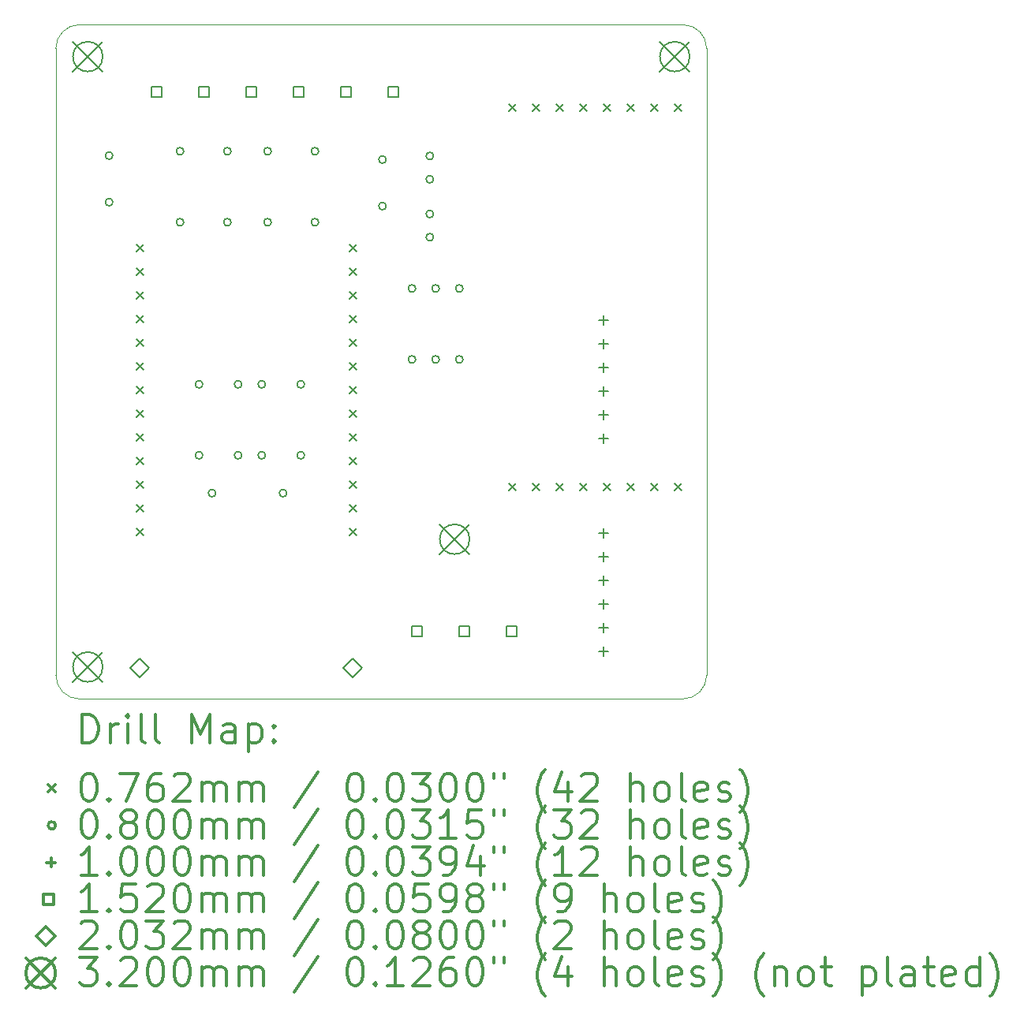
<source format=gbr>
%FSLAX45Y45*%
G04 Gerber Fmt 4.5, Leading zero omitted, Abs format (unit mm)*
G04 Created by KiCad (PCBNEW 5.1.10-88a1d61d58~90~ubuntu20.04.1) date 2021-07-14 18:43:21*
%MOMM*%
%LPD*%
G01*
G04 APERTURE LIST*
%TA.AperFunction,Profile*%
%ADD10C,0.050000*%
%TD*%
%ADD11C,0.200000*%
%ADD12C,0.300000*%
G04 APERTURE END LIST*
D10*
X13081000Y-5461000D02*
G75*
G02*
X13335000Y-5715000I0J-254000D01*
G01*
X13335000Y-12446000D02*
G75*
G02*
X13081000Y-12700000I-254000J0D01*
G01*
X6604000Y-12700000D02*
G75*
G02*
X6350000Y-12446000I0J254000D01*
G01*
X6350000Y-5715000D02*
G75*
G02*
X6604000Y-5461000I254000J0D01*
G01*
X13335000Y-5715000D02*
X13335000Y-12446000D01*
X6604000Y-12700000D02*
X13081000Y-12700000D01*
X6604000Y-5461000D02*
X13081000Y-5461000D01*
X6350000Y-12446000D02*
X6350000Y-5715000D01*
D11*
X7213600Y-7823200D02*
X7289800Y-7899400D01*
X7289800Y-7823200D02*
X7213600Y-7899400D01*
X7213600Y-8077200D02*
X7289800Y-8153400D01*
X7289800Y-8077200D02*
X7213600Y-8153400D01*
X7213600Y-8331200D02*
X7289800Y-8407400D01*
X7289800Y-8331200D02*
X7213600Y-8407400D01*
X7213600Y-8585200D02*
X7289800Y-8661400D01*
X7289800Y-8585200D02*
X7213600Y-8661400D01*
X7213600Y-8839200D02*
X7289800Y-8915400D01*
X7289800Y-8839200D02*
X7213600Y-8915400D01*
X7213600Y-9093200D02*
X7289800Y-9169400D01*
X7289800Y-9093200D02*
X7213600Y-9169400D01*
X7213600Y-9347200D02*
X7289800Y-9423400D01*
X7289800Y-9347200D02*
X7213600Y-9423400D01*
X7213600Y-9601200D02*
X7289800Y-9677400D01*
X7289800Y-9601200D02*
X7213600Y-9677400D01*
X7213600Y-9855200D02*
X7289800Y-9931400D01*
X7289800Y-9855200D02*
X7213600Y-9931400D01*
X7213600Y-10109200D02*
X7289800Y-10185400D01*
X7289800Y-10109200D02*
X7213600Y-10185400D01*
X7213600Y-10363200D02*
X7289800Y-10439400D01*
X7289800Y-10363200D02*
X7213600Y-10439400D01*
X7213600Y-10617200D02*
X7289800Y-10693400D01*
X7289800Y-10617200D02*
X7213600Y-10693400D01*
X7213600Y-10871200D02*
X7289800Y-10947400D01*
X7289800Y-10871200D02*
X7213600Y-10947400D01*
X9499600Y-7823200D02*
X9575800Y-7899400D01*
X9575800Y-7823200D02*
X9499600Y-7899400D01*
X9499600Y-8077200D02*
X9575800Y-8153400D01*
X9575800Y-8077200D02*
X9499600Y-8153400D01*
X9499600Y-8331200D02*
X9575800Y-8407400D01*
X9575800Y-8331200D02*
X9499600Y-8407400D01*
X9499600Y-8585200D02*
X9575800Y-8661400D01*
X9575800Y-8585200D02*
X9499600Y-8661400D01*
X9499600Y-8839200D02*
X9575800Y-8915400D01*
X9575800Y-8839200D02*
X9499600Y-8915400D01*
X9499600Y-9093200D02*
X9575800Y-9169400D01*
X9575800Y-9093200D02*
X9499600Y-9169400D01*
X9499600Y-9347200D02*
X9575800Y-9423400D01*
X9575800Y-9347200D02*
X9499600Y-9423400D01*
X9499600Y-9601200D02*
X9575800Y-9677400D01*
X9575800Y-9601200D02*
X9499600Y-9677400D01*
X9499600Y-9855200D02*
X9575800Y-9931400D01*
X9575800Y-9855200D02*
X9499600Y-9931400D01*
X9499600Y-10109200D02*
X9575800Y-10185400D01*
X9575800Y-10109200D02*
X9499600Y-10185400D01*
X9499600Y-10363200D02*
X9575800Y-10439400D01*
X9575800Y-10363200D02*
X9499600Y-10439400D01*
X9499600Y-10617200D02*
X9575800Y-10693400D01*
X9575800Y-10617200D02*
X9499600Y-10693400D01*
X9499600Y-10871200D02*
X9575800Y-10947400D01*
X9575800Y-10871200D02*
X9499600Y-10947400D01*
X11214100Y-6311900D02*
X11290300Y-6388100D01*
X11290300Y-6311900D02*
X11214100Y-6388100D01*
X11214100Y-10388600D02*
X11290300Y-10464800D01*
X11290300Y-10388600D02*
X11214100Y-10464800D01*
X11468100Y-6311900D02*
X11544300Y-6388100D01*
X11544300Y-6311900D02*
X11468100Y-6388100D01*
X11468100Y-10388600D02*
X11544300Y-10464800D01*
X11544300Y-10388600D02*
X11468100Y-10464800D01*
X11722100Y-6311900D02*
X11798300Y-6388100D01*
X11798300Y-6311900D02*
X11722100Y-6388100D01*
X11722100Y-10388600D02*
X11798300Y-10464800D01*
X11798300Y-10388600D02*
X11722100Y-10464800D01*
X11976100Y-6311900D02*
X12052300Y-6388100D01*
X12052300Y-6311900D02*
X11976100Y-6388100D01*
X11976100Y-10388600D02*
X12052300Y-10464800D01*
X12052300Y-10388600D02*
X11976100Y-10464800D01*
X12230100Y-6311900D02*
X12306300Y-6388100D01*
X12306300Y-6311900D02*
X12230100Y-6388100D01*
X12230100Y-10388600D02*
X12306300Y-10464800D01*
X12306300Y-10388600D02*
X12230100Y-10464800D01*
X12484100Y-6311900D02*
X12560300Y-6388100D01*
X12560300Y-6311900D02*
X12484100Y-6388100D01*
X12484100Y-10388600D02*
X12560300Y-10464800D01*
X12560300Y-10388600D02*
X12484100Y-10464800D01*
X12738100Y-6311900D02*
X12814300Y-6388100D01*
X12814300Y-6311900D02*
X12738100Y-6388100D01*
X12738100Y-10388600D02*
X12814300Y-10464800D01*
X12814300Y-10388600D02*
X12738100Y-10464800D01*
X12992100Y-6311900D02*
X13068300Y-6388100D01*
X13068300Y-6311900D02*
X12992100Y-6388100D01*
X12992100Y-10388600D02*
X13068300Y-10464800D01*
X13068300Y-10388600D02*
X12992100Y-10464800D01*
X6961500Y-6866000D02*
G75*
G03*
X6961500Y-6866000I-40000J0D01*
G01*
X6961500Y-7366000D02*
G75*
G03*
X6961500Y-7366000I-40000J0D01*
G01*
X7723500Y-6819900D02*
G75*
G03*
X7723500Y-6819900I-40000J0D01*
G01*
X7723500Y-7581900D02*
G75*
G03*
X7723500Y-7581900I-40000J0D01*
G01*
X7926700Y-9321800D02*
G75*
G03*
X7926700Y-9321800I-40000J0D01*
G01*
X7926700Y-10083800D02*
G75*
G03*
X7926700Y-10083800I-40000J0D01*
G01*
X8066400Y-10490200D02*
G75*
G03*
X8066400Y-10490200I-40000J0D01*
G01*
X8231500Y-6819900D02*
G75*
G03*
X8231500Y-6819900I-40000J0D01*
G01*
X8231500Y-7581900D02*
G75*
G03*
X8231500Y-7581900I-40000J0D01*
G01*
X8345800Y-9321800D02*
G75*
G03*
X8345800Y-9321800I-40000J0D01*
G01*
X8345800Y-10083800D02*
G75*
G03*
X8345800Y-10083800I-40000J0D01*
G01*
X8599800Y-9321800D02*
G75*
G03*
X8599800Y-9321800I-40000J0D01*
G01*
X8599800Y-10083800D02*
G75*
G03*
X8599800Y-10083800I-40000J0D01*
G01*
X8663300Y-6819900D02*
G75*
G03*
X8663300Y-6819900I-40000J0D01*
G01*
X8663300Y-7581900D02*
G75*
G03*
X8663300Y-7581900I-40000J0D01*
G01*
X8828400Y-10490200D02*
G75*
G03*
X8828400Y-10490200I-40000J0D01*
G01*
X9018900Y-9321800D02*
G75*
G03*
X9018900Y-9321800I-40000J0D01*
G01*
X9018900Y-10083800D02*
G75*
G03*
X9018900Y-10083800I-40000J0D01*
G01*
X9171300Y-6819900D02*
G75*
G03*
X9171300Y-6819900I-40000J0D01*
G01*
X9171300Y-7581900D02*
G75*
G03*
X9171300Y-7581900I-40000J0D01*
G01*
X9895200Y-6908800D02*
G75*
G03*
X9895200Y-6908800I-40000J0D01*
G01*
X9895200Y-7408800D02*
G75*
G03*
X9895200Y-7408800I-40000J0D01*
G01*
X10212700Y-8293100D02*
G75*
G03*
X10212700Y-8293100I-40000J0D01*
G01*
X10212700Y-9055100D02*
G75*
G03*
X10212700Y-9055100I-40000J0D01*
G01*
X10403200Y-6870700D02*
G75*
G03*
X10403200Y-6870700I-40000J0D01*
G01*
X10403200Y-7120700D02*
G75*
G03*
X10403200Y-7120700I-40000J0D01*
G01*
X10403200Y-7493000D02*
G75*
G03*
X10403200Y-7493000I-40000J0D01*
G01*
X10403200Y-7743000D02*
G75*
G03*
X10403200Y-7743000I-40000J0D01*
G01*
X10466700Y-8293100D02*
G75*
G03*
X10466700Y-8293100I-40000J0D01*
G01*
X10466700Y-9055100D02*
G75*
G03*
X10466700Y-9055100I-40000J0D01*
G01*
X10720700Y-8293100D02*
G75*
G03*
X10720700Y-8293100I-40000J0D01*
G01*
X10720700Y-9055100D02*
G75*
G03*
X10720700Y-9055100I-40000J0D01*
G01*
X12230100Y-8586000D02*
X12230100Y-8686000D01*
X12180100Y-8636000D02*
X12280100Y-8636000D01*
X12230100Y-8840000D02*
X12230100Y-8940000D01*
X12180100Y-8890000D02*
X12280100Y-8890000D01*
X12230100Y-9094000D02*
X12230100Y-9194000D01*
X12180100Y-9144000D02*
X12280100Y-9144000D01*
X12230100Y-9348000D02*
X12230100Y-9448000D01*
X12180100Y-9398000D02*
X12280100Y-9398000D01*
X12230100Y-9602000D02*
X12230100Y-9702000D01*
X12180100Y-9652000D02*
X12280100Y-9652000D01*
X12230100Y-9856000D02*
X12230100Y-9956000D01*
X12180100Y-9906000D02*
X12280100Y-9906000D01*
X12230100Y-10872000D02*
X12230100Y-10972000D01*
X12180100Y-10922000D02*
X12280100Y-10922000D01*
X12230100Y-11126000D02*
X12230100Y-11226000D01*
X12180100Y-11176000D02*
X12280100Y-11176000D01*
X12230100Y-11380000D02*
X12230100Y-11480000D01*
X12180100Y-11430000D02*
X12280100Y-11430000D01*
X12230100Y-11634000D02*
X12230100Y-11734000D01*
X12180100Y-11684000D02*
X12280100Y-11684000D01*
X12230100Y-11888000D02*
X12230100Y-11988000D01*
X12180100Y-11938000D02*
X12280100Y-11938000D01*
X12230100Y-12142000D02*
X12230100Y-12242000D01*
X12180100Y-12192000D02*
X12280100Y-12192000D01*
X7483241Y-6238641D02*
X7483241Y-6131159D01*
X7375759Y-6131159D01*
X7375759Y-6238641D01*
X7483241Y-6238641D01*
X7991241Y-6238641D02*
X7991241Y-6131159D01*
X7883759Y-6131159D01*
X7883759Y-6238641D01*
X7991241Y-6238641D01*
X8499241Y-6238641D02*
X8499241Y-6131159D01*
X8391759Y-6131159D01*
X8391759Y-6238641D01*
X8499241Y-6238641D01*
X9007241Y-6238641D02*
X9007241Y-6131159D01*
X8899759Y-6131159D01*
X8899759Y-6238641D01*
X9007241Y-6238641D01*
X9515241Y-6238641D02*
X9515241Y-6131159D01*
X9407759Y-6131159D01*
X9407759Y-6238641D01*
X9515241Y-6238641D01*
X10023241Y-6238641D02*
X10023241Y-6131159D01*
X9915759Y-6131159D01*
X9915759Y-6238641D01*
X10023241Y-6238641D01*
X10277241Y-12029841D02*
X10277241Y-11922359D01*
X10169759Y-11922359D01*
X10169759Y-12029841D01*
X10277241Y-12029841D01*
X10785241Y-12029841D02*
X10785241Y-11922359D01*
X10677759Y-11922359D01*
X10677759Y-12029841D01*
X10785241Y-12029841D01*
X11293241Y-12029841D02*
X11293241Y-11922359D01*
X11185759Y-11922359D01*
X11185759Y-12029841D01*
X11293241Y-12029841D01*
X7251700Y-12471400D02*
X7353300Y-12369800D01*
X7251700Y-12268200D01*
X7150100Y-12369800D01*
X7251700Y-12471400D01*
X9537700Y-12471400D02*
X9639300Y-12369800D01*
X9537700Y-12268200D01*
X9436100Y-12369800D01*
X9537700Y-12471400D01*
X6532900Y-5643900D02*
X6852900Y-5963900D01*
X6852900Y-5643900D02*
X6532900Y-5963900D01*
X6852900Y-5803900D02*
G75*
G03*
X6852900Y-5803900I-160000J0D01*
G01*
X6532900Y-12197100D02*
X6852900Y-12517100D01*
X6852900Y-12197100D02*
X6532900Y-12517100D01*
X6852900Y-12357100D02*
G75*
G03*
X6852900Y-12357100I-160000J0D01*
G01*
X10469900Y-10825500D02*
X10789900Y-11145500D01*
X10789900Y-10825500D02*
X10469900Y-11145500D01*
X10789900Y-10985500D02*
G75*
G03*
X10789900Y-10985500I-160000J0D01*
G01*
X12832100Y-5643900D02*
X13152100Y-5963900D01*
X13152100Y-5643900D02*
X12832100Y-5963900D01*
X13152100Y-5803900D02*
G75*
G03*
X13152100Y-5803900I-160000J0D01*
G01*
D12*
X6633928Y-13168214D02*
X6633928Y-12868214D01*
X6705357Y-12868214D01*
X6748214Y-12882500D01*
X6776786Y-12911071D01*
X6791071Y-12939643D01*
X6805357Y-12996786D01*
X6805357Y-13039643D01*
X6791071Y-13096786D01*
X6776786Y-13125357D01*
X6748214Y-13153929D01*
X6705357Y-13168214D01*
X6633928Y-13168214D01*
X6933928Y-13168214D02*
X6933928Y-12968214D01*
X6933928Y-13025357D02*
X6948214Y-12996786D01*
X6962500Y-12982500D01*
X6991071Y-12968214D01*
X7019643Y-12968214D01*
X7119643Y-13168214D02*
X7119643Y-12968214D01*
X7119643Y-12868214D02*
X7105357Y-12882500D01*
X7119643Y-12896786D01*
X7133928Y-12882500D01*
X7119643Y-12868214D01*
X7119643Y-12896786D01*
X7305357Y-13168214D02*
X7276786Y-13153929D01*
X7262500Y-13125357D01*
X7262500Y-12868214D01*
X7462500Y-13168214D02*
X7433928Y-13153929D01*
X7419643Y-13125357D01*
X7419643Y-12868214D01*
X7805357Y-13168214D02*
X7805357Y-12868214D01*
X7905357Y-13082500D01*
X8005357Y-12868214D01*
X8005357Y-13168214D01*
X8276786Y-13168214D02*
X8276786Y-13011071D01*
X8262500Y-12982500D01*
X8233928Y-12968214D01*
X8176786Y-12968214D01*
X8148214Y-12982500D01*
X8276786Y-13153929D02*
X8248214Y-13168214D01*
X8176786Y-13168214D01*
X8148214Y-13153929D01*
X8133928Y-13125357D01*
X8133928Y-13096786D01*
X8148214Y-13068214D01*
X8176786Y-13053929D01*
X8248214Y-13053929D01*
X8276786Y-13039643D01*
X8419643Y-12968214D02*
X8419643Y-13268214D01*
X8419643Y-12982500D02*
X8448214Y-12968214D01*
X8505357Y-12968214D01*
X8533928Y-12982500D01*
X8548214Y-12996786D01*
X8562500Y-13025357D01*
X8562500Y-13111071D01*
X8548214Y-13139643D01*
X8533928Y-13153929D01*
X8505357Y-13168214D01*
X8448214Y-13168214D01*
X8419643Y-13153929D01*
X8691071Y-13139643D02*
X8705357Y-13153929D01*
X8691071Y-13168214D01*
X8676786Y-13153929D01*
X8691071Y-13139643D01*
X8691071Y-13168214D01*
X8691071Y-12982500D02*
X8705357Y-12996786D01*
X8691071Y-13011071D01*
X8676786Y-12996786D01*
X8691071Y-12982500D01*
X8691071Y-13011071D01*
X6271300Y-13624400D02*
X6347500Y-13700600D01*
X6347500Y-13624400D02*
X6271300Y-13700600D01*
X6691071Y-13498214D02*
X6719643Y-13498214D01*
X6748214Y-13512500D01*
X6762500Y-13526786D01*
X6776786Y-13555357D01*
X6791071Y-13612500D01*
X6791071Y-13683929D01*
X6776786Y-13741071D01*
X6762500Y-13769643D01*
X6748214Y-13783929D01*
X6719643Y-13798214D01*
X6691071Y-13798214D01*
X6662500Y-13783929D01*
X6648214Y-13769643D01*
X6633928Y-13741071D01*
X6619643Y-13683929D01*
X6619643Y-13612500D01*
X6633928Y-13555357D01*
X6648214Y-13526786D01*
X6662500Y-13512500D01*
X6691071Y-13498214D01*
X6919643Y-13769643D02*
X6933928Y-13783929D01*
X6919643Y-13798214D01*
X6905357Y-13783929D01*
X6919643Y-13769643D01*
X6919643Y-13798214D01*
X7033928Y-13498214D02*
X7233928Y-13498214D01*
X7105357Y-13798214D01*
X7476786Y-13498214D02*
X7419643Y-13498214D01*
X7391071Y-13512500D01*
X7376786Y-13526786D01*
X7348214Y-13569643D01*
X7333928Y-13626786D01*
X7333928Y-13741071D01*
X7348214Y-13769643D01*
X7362500Y-13783929D01*
X7391071Y-13798214D01*
X7448214Y-13798214D01*
X7476786Y-13783929D01*
X7491071Y-13769643D01*
X7505357Y-13741071D01*
X7505357Y-13669643D01*
X7491071Y-13641071D01*
X7476786Y-13626786D01*
X7448214Y-13612500D01*
X7391071Y-13612500D01*
X7362500Y-13626786D01*
X7348214Y-13641071D01*
X7333928Y-13669643D01*
X7619643Y-13526786D02*
X7633928Y-13512500D01*
X7662500Y-13498214D01*
X7733928Y-13498214D01*
X7762500Y-13512500D01*
X7776786Y-13526786D01*
X7791071Y-13555357D01*
X7791071Y-13583929D01*
X7776786Y-13626786D01*
X7605357Y-13798214D01*
X7791071Y-13798214D01*
X7919643Y-13798214D02*
X7919643Y-13598214D01*
X7919643Y-13626786D02*
X7933928Y-13612500D01*
X7962500Y-13598214D01*
X8005357Y-13598214D01*
X8033928Y-13612500D01*
X8048214Y-13641071D01*
X8048214Y-13798214D01*
X8048214Y-13641071D02*
X8062500Y-13612500D01*
X8091071Y-13598214D01*
X8133928Y-13598214D01*
X8162500Y-13612500D01*
X8176786Y-13641071D01*
X8176786Y-13798214D01*
X8319643Y-13798214D02*
X8319643Y-13598214D01*
X8319643Y-13626786D02*
X8333928Y-13612500D01*
X8362500Y-13598214D01*
X8405357Y-13598214D01*
X8433928Y-13612500D01*
X8448214Y-13641071D01*
X8448214Y-13798214D01*
X8448214Y-13641071D02*
X8462500Y-13612500D01*
X8491071Y-13598214D01*
X8533928Y-13598214D01*
X8562500Y-13612500D01*
X8576786Y-13641071D01*
X8576786Y-13798214D01*
X9162500Y-13483929D02*
X8905357Y-13869643D01*
X9548214Y-13498214D02*
X9576786Y-13498214D01*
X9605357Y-13512500D01*
X9619643Y-13526786D01*
X9633928Y-13555357D01*
X9648214Y-13612500D01*
X9648214Y-13683929D01*
X9633928Y-13741071D01*
X9619643Y-13769643D01*
X9605357Y-13783929D01*
X9576786Y-13798214D01*
X9548214Y-13798214D01*
X9519643Y-13783929D01*
X9505357Y-13769643D01*
X9491071Y-13741071D01*
X9476786Y-13683929D01*
X9476786Y-13612500D01*
X9491071Y-13555357D01*
X9505357Y-13526786D01*
X9519643Y-13512500D01*
X9548214Y-13498214D01*
X9776786Y-13769643D02*
X9791071Y-13783929D01*
X9776786Y-13798214D01*
X9762500Y-13783929D01*
X9776786Y-13769643D01*
X9776786Y-13798214D01*
X9976786Y-13498214D02*
X10005357Y-13498214D01*
X10033928Y-13512500D01*
X10048214Y-13526786D01*
X10062500Y-13555357D01*
X10076786Y-13612500D01*
X10076786Y-13683929D01*
X10062500Y-13741071D01*
X10048214Y-13769643D01*
X10033928Y-13783929D01*
X10005357Y-13798214D01*
X9976786Y-13798214D01*
X9948214Y-13783929D01*
X9933928Y-13769643D01*
X9919643Y-13741071D01*
X9905357Y-13683929D01*
X9905357Y-13612500D01*
X9919643Y-13555357D01*
X9933928Y-13526786D01*
X9948214Y-13512500D01*
X9976786Y-13498214D01*
X10176786Y-13498214D02*
X10362500Y-13498214D01*
X10262500Y-13612500D01*
X10305357Y-13612500D01*
X10333928Y-13626786D01*
X10348214Y-13641071D01*
X10362500Y-13669643D01*
X10362500Y-13741071D01*
X10348214Y-13769643D01*
X10333928Y-13783929D01*
X10305357Y-13798214D01*
X10219643Y-13798214D01*
X10191071Y-13783929D01*
X10176786Y-13769643D01*
X10548214Y-13498214D02*
X10576786Y-13498214D01*
X10605357Y-13512500D01*
X10619643Y-13526786D01*
X10633928Y-13555357D01*
X10648214Y-13612500D01*
X10648214Y-13683929D01*
X10633928Y-13741071D01*
X10619643Y-13769643D01*
X10605357Y-13783929D01*
X10576786Y-13798214D01*
X10548214Y-13798214D01*
X10519643Y-13783929D01*
X10505357Y-13769643D01*
X10491071Y-13741071D01*
X10476786Y-13683929D01*
X10476786Y-13612500D01*
X10491071Y-13555357D01*
X10505357Y-13526786D01*
X10519643Y-13512500D01*
X10548214Y-13498214D01*
X10833928Y-13498214D02*
X10862500Y-13498214D01*
X10891071Y-13512500D01*
X10905357Y-13526786D01*
X10919643Y-13555357D01*
X10933928Y-13612500D01*
X10933928Y-13683929D01*
X10919643Y-13741071D01*
X10905357Y-13769643D01*
X10891071Y-13783929D01*
X10862500Y-13798214D01*
X10833928Y-13798214D01*
X10805357Y-13783929D01*
X10791071Y-13769643D01*
X10776786Y-13741071D01*
X10762500Y-13683929D01*
X10762500Y-13612500D01*
X10776786Y-13555357D01*
X10791071Y-13526786D01*
X10805357Y-13512500D01*
X10833928Y-13498214D01*
X11048214Y-13498214D02*
X11048214Y-13555357D01*
X11162500Y-13498214D02*
X11162500Y-13555357D01*
X11605357Y-13912500D02*
X11591071Y-13898214D01*
X11562500Y-13855357D01*
X11548214Y-13826786D01*
X11533928Y-13783929D01*
X11519643Y-13712500D01*
X11519643Y-13655357D01*
X11533928Y-13583929D01*
X11548214Y-13541071D01*
X11562500Y-13512500D01*
X11591071Y-13469643D01*
X11605357Y-13455357D01*
X11848214Y-13598214D02*
X11848214Y-13798214D01*
X11776786Y-13483929D02*
X11705357Y-13698214D01*
X11891071Y-13698214D01*
X11991071Y-13526786D02*
X12005357Y-13512500D01*
X12033928Y-13498214D01*
X12105357Y-13498214D01*
X12133928Y-13512500D01*
X12148214Y-13526786D01*
X12162500Y-13555357D01*
X12162500Y-13583929D01*
X12148214Y-13626786D01*
X11976786Y-13798214D01*
X12162500Y-13798214D01*
X12519643Y-13798214D02*
X12519643Y-13498214D01*
X12648214Y-13798214D02*
X12648214Y-13641071D01*
X12633928Y-13612500D01*
X12605357Y-13598214D01*
X12562500Y-13598214D01*
X12533928Y-13612500D01*
X12519643Y-13626786D01*
X12833928Y-13798214D02*
X12805357Y-13783929D01*
X12791071Y-13769643D01*
X12776786Y-13741071D01*
X12776786Y-13655357D01*
X12791071Y-13626786D01*
X12805357Y-13612500D01*
X12833928Y-13598214D01*
X12876786Y-13598214D01*
X12905357Y-13612500D01*
X12919643Y-13626786D01*
X12933928Y-13655357D01*
X12933928Y-13741071D01*
X12919643Y-13769643D01*
X12905357Y-13783929D01*
X12876786Y-13798214D01*
X12833928Y-13798214D01*
X13105357Y-13798214D02*
X13076786Y-13783929D01*
X13062500Y-13755357D01*
X13062500Y-13498214D01*
X13333928Y-13783929D02*
X13305357Y-13798214D01*
X13248214Y-13798214D01*
X13219643Y-13783929D01*
X13205357Y-13755357D01*
X13205357Y-13641071D01*
X13219643Y-13612500D01*
X13248214Y-13598214D01*
X13305357Y-13598214D01*
X13333928Y-13612500D01*
X13348214Y-13641071D01*
X13348214Y-13669643D01*
X13205357Y-13698214D01*
X13462500Y-13783929D02*
X13491071Y-13798214D01*
X13548214Y-13798214D01*
X13576786Y-13783929D01*
X13591071Y-13755357D01*
X13591071Y-13741071D01*
X13576786Y-13712500D01*
X13548214Y-13698214D01*
X13505357Y-13698214D01*
X13476786Y-13683929D01*
X13462500Y-13655357D01*
X13462500Y-13641071D01*
X13476786Y-13612500D01*
X13505357Y-13598214D01*
X13548214Y-13598214D01*
X13576786Y-13612500D01*
X13691071Y-13912500D02*
X13705357Y-13898214D01*
X13733928Y-13855357D01*
X13748214Y-13826786D01*
X13762500Y-13783929D01*
X13776786Y-13712500D01*
X13776786Y-13655357D01*
X13762500Y-13583929D01*
X13748214Y-13541071D01*
X13733928Y-13512500D01*
X13705357Y-13469643D01*
X13691071Y-13455357D01*
X6347500Y-14058500D02*
G75*
G03*
X6347500Y-14058500I-40000J0D01*
G01*
X6691071Y-13894214D02*
X6719643Y-13894214D01*
X6748214Y-13908500D01*
X6762500Y-13922786D01*
X6776786Y-13951357D01*
X6791071Y-14008500D01*
X6791071Y-14079929D01*
X6776786Y-14137071D01*
X6762500Y-14165643D01*
X6748214Y-14179929D01*
X6719643Y-14194214D01*
X6691071Y-14194214D01*
X6662500Y-14179929D01*
X6648214Y-14165643D01*
X6633928Y-14137071D01*
X6619643Y-14079929D01*
X6619643Y-14008500D01*
X6633928Y-13951357D01*
X6648214Y-13922786D01*
X6662500Y-13908500D01*
X6691071Y-13894214D01*
X6919643Y-14165643D02*
X6933928Y-14179929D01*
X6919643Y-14194214D01*
X6905357Y-14179929D01*
X6919643Y-14165643D01*
X6919643Y-14194214D01*
X7105357Y-14022786D02*
X7076786Y-14008500D01*
X7062500Y-13994214D01*
X7048214Y-13965643D01*
X7048214Y-13951357D01*
X7062500Y-13922786D01*
X7076786Y-13908500D01*
X7105357Y-13894214D01*
X7162500Y-13894214D01*
X7191071Y-13908500D01*
X7205357Y-13922786D01*
X7219643Y-13951357D01*
X7219643Y-13965643D01*
X7205357Y-13994214D01*
X7191071Y-14008500D01*
X7162500Y-14022786D01*
X7105357Y-14022786D01*
X7076786Y-14037071D01*
X7062500Y-14051357D01*
X7048214Y-14079929D01*
X7048214Y-14137071D01*
X7062500Y-14165643D01*
X7076786Y-14179929D01*
X7105357Y-14194214D01*
X7162500Y-14194214D01*
X7191071Y-14179929D01*
X7205357Y-14165643D01*
X7219643Y-14137071D01*
X7219643Y-14079929D01*
X7205357Y-14051357D01*
X7191071Y-14037071D01*
X7162500Y-14022786D01*
X7405357Y-13894214D02*
X7433928Y-13894214D01*
X7462500Y-13908500D01*
X7476786Y-13922786D01*
X7491071Y-13951357D01*
X7505357Y-14008500D01*
X7505357Y-14079929D01*
X7491071Y-14137071D01*
X7476786Y-14165643D01*
X7462500Y-14179929D01*
X7433928Y-14194214D01*
X7405357Y-14194214D01*
X7376786Y-14179929D01*
X7362500Y-14165643D01*
X7348214Y-14137071D01*
X7333928Y-14079929D01*
X7333928Y-14008500D01*
X7348214Y-13951357D01*
X7362500Y-13922786D01*
X7376786Y-13908500D01*
X7405357Y-13894214D01*
X7691071Y-13894214D02*
X7719643Y-13894214D01*
X7748214Y-13908500D01*
X7762500Y-13922786D01*
X7776786Y-13951357D01*
X7791071Y-14008500D01*
X7791071Y-14079929D01*
X7776786Y-14137071D01*
X7762500Y-14165643D01*
X7748214Y-14179929D01*
X7719643Y-14194214D01*
X7691071Y-14194214D01*
X7662500Y-14179929D01*
X7648214Y-14165643D01*
X7633928Y-14137071D01*
X7619643Y-14079929D01*
X7619643Y-14008500D01*
X7633928Y-13951357D01*
X7648214Y-13922786D01*
X7662500Y-13908500D01*
X7691071Y-13894214D01*
X7919643Y-14194214D02*
X7919643Y-13994214D01*
X7919643Y-14022786D02*
X7933928Y-14008500D01*
X7962500Y-13994214D01*
X8005357Y-13994214D01*
X8033928Y-14008500D01*
X8048214Y-14037071D01*
X8048214Y-14194214D01*
X8048214Y-14037071D02*
X8062500Y-14008500D01*
X8091071Y-13994214D01*
X8133928Y-13994214D01*
X8162500Y-14008500D01*
X8176786Y-14037071D01*
X8176786Y-14194214D01*
X8319643Y-14194214D02*
X8319643Y-13994214D01*
X8319643Y-14022786D02*
X8333928Y-14008500D01*
X8362500Y-13994214D01*
X8405357Y-13994214D01*
X8433928Y-14008500D01*
X8448214Y-14037071D01*
X8448214Y-14194214D01*
X8448214Y-14037071D02*
X8462500Y-14008500D01*
X8491071Y-13994214D01*
X8533928Y-13994214D01*
X8562500Y-14008500D01*
X8576786Y-14037071D01*
X8576786Y-14194214D01*
X9162500Y-13879929D02*
X8905357Y-14265643D01*
X9548214Y-13894214D02*
X9576786Y-13894214D01*
X9605357Y-13908500D01*
X9619643Y-13922786D01*
X9633928Y-13951357D01*
X9648214Y-14008500D01*
X9648214Y-14079929D01*
X9633928Y-14137071D01*
X9619643Y-14165643D01*
X9605357Y-14179929D01*
X9576786Y-14194214D01*
X9548214Y-14194214D01*
X9519643Y-14179929D01*
X9505357Y-14165643D01*
X9491071Y-14137071D01*
X9476786Y-14079929D01*
X9476786Y-14008500D01*
X9491071Y-13951357D01*
X9505357Y-13922786D01*
X9519643Y-13908500D01*
X9548214Y-13894214D01*
X9776786Y-14165643D02*
X9791071Y-14179929D01*
X9776786Y-14194214D01*
X9762500Y-14179929D01*
X9776786Y-14165643D01*
X9776786Y-14194214D01*
X9976786Y-13894214D02*
X10005357Y-13894214D01*
X10033928Y-13908500D01*
X10048214Y-13922786D01*
X10062500Y-13951357D01*
X10076786Y-14008500D01*
X10076786Y-14079929D01*
X10062500Y-14137071D01*
X10048214Y-14165643D01*
X10033928Y-14179929D01*
X10005357Y-14194214D01*
X9976786Y-14194214D01*
X9948214Y-14179929D01*
X9933928Y-14165643D01*
X9919643Y-14137071D01*
X9905357Y-14079929D01*
X9905357Y-14008500D01*
X9919643Y-13951357D01*
X9933928Y-13922786D01*
X9948214Y-13908500D01*
X9976786Y-13894214D01*
X10176786Y-13894214D02*
X10362500Y-13894214D01*
X10262500Y-14008500D01*
X10305357Y-14008500D01*
X10333928Y-14022786D01*
X10348214Y-14037071D01*
X10362500Y-14065643D01*
X10362500Y-14137071D01*
X10348214Y-14165643D01*
X10333928Y-14179929D01*
X10305357Y-14194214D01*
X10219643Y-14194214D01*
X10191071Y-14179929D01*
X10176786Y-14165643D01*
X10648214Y-14194214D02*
X10476786Y-14194214D01*
X10562500Y-14194214D02*
X10562500Y-13894214D01*
X10533928Y-13937071D01*
X10505357Y-13965643D01*
X10476786Y-13979929D01*
X10919643Y-13894214D02*
X10776786Y-13894214D01*
X10762500Y-14037071D01*
X10776786Y-14022786D01*
X10805357Y-14008500D01*
X10876786Y-14008500D01*
X10905357Y-14022786D01*
X10919643Y-14037071D01*
X10933928Y-14065643D01*
X10933928Y-14137071D01*
X10919643Y-14165643D01*
X10905357Y-14179929D01*
X10876786Y-14194214D01*
X10805357Y-14194214D01*
X10776786Y-14179929D01*
X10762500Y-14165643D01*
X11048214Y-13894214D02*
X11048214Y-13951357D01*
X11162500Y-13894214D02*
X11162500Y-13951357D01*
X11605357Y-14308500D02*
X11591071Y-14294214D01*
X11562500Y-14251357D01*
X11548214Y-14222786D01*
X11533928Y-14179929D01*
X11519643Y-14108500D01*
X11519643Y-14051357D01*
X11533928Y-13979929D01*
X11548214Y-13937071D01*
X11562500Y-13908500D01*
X11591071Y-13865643D01*
X11605357Y-13851357D01*
X11691071Y-13894214D02*
X11876786Y-13894214D01*
X11776786Y-14008500D01*
X11819643Y-14008500D01*
X11848214Y-14022786D01*
X11862500Y-14037071D01*
X11876786Y-14065643D01*
X11876786Y-14137071D01*
X11862500Y-14165643D01*
X11848214Y-14179929D01*
X11819643Y-14194214D01*
X11733928Y-14194214D01*
X11705357Y-14179929D01*
X11691071Y-14165643D01*
X11991071Y-13922786D02*
X12005357Y-13908500D01*
X12033928Y-13894214D01*
X12105357Y-13894214D01*
X12133928Y-13908500D01*
X12148214Y-13922786D01*
X12162500Y-13951357D01*
X12162500Y-13979929D01*
X12148214Y-14022786D01*
X11976786Y-14194214D01*
X12162500Y-14194214D01*
X12519643Y-14194214D02*
X12519643Y-13894214D01*
X12648214Y-14194214D02*
X12648214Y-14037071D01*
X12633928Y-14008500D01*
X12605357Y-13994214D01*
X12562500Y-13994214D01*
X12533928Y-14008500D01*
X12519643Y-14022786D01*
X12833928Y-14194214D02*
X12805357Y-14179929D01*
X12791071Y-14165643D01*
X12776786Y-14137071D01*
X12776786Y-14051357D01*
X12791071Y-14022786D01*
X12805357Y-14008500D01*
X12833928Y-13994214D01*
X12876786Y-13994214D01*
X12905357Y-14008500D01*
X12919643Y-14022786D01*
X12933928Y-14051357D01*
X12933928Y-14137071D01*
X12919643Y-14165643D01*
X12905357Y-14179929D01*
X12876786Y-14194214D01*
X12833928Y-14194214D01*
X13105357Y-14194214D02*
X13076786Y-14179929D01*
X13062500Y-14151357D01*
X13062500Y-13894214D01*
X13333928Y-14179929D02*
X13305357Y-14194214D01*
X13248214Y-14194214D01*
X13219643Y-14179929D01*
X13205357Y-14151357D01*
X13205357Y-14037071D01*
X13219643Y-14008500D01*
X13248214Y-13994214D01*
X13305357Y-13994214D01*
X13333928Y-14008500D01*
X13348214Y-14037071D01*
X13348214Y-14065643D01*
X13205357Y-14094214D01*
X13462500Y-14179929D02*
X13491071Y-14194214D01*
X13548214Y-14194214D01*
X13576786Y-14179929D01*
X13591071Y-14151357D01*
X13591071Y-14137071D01*
X13576786Y-14108500D01*
X13548214Y-14094214D01*
X13505357Y-14094214D01*
X13476786Y-14079929D01*
X13462500Y-14051357D01*
X13462500Y-14037071D01*
X13476786Y-14008500D01*
X13505357Y-13994214D01*
X13548214Y-13994214D01*
X13576786Y-14008500D01*
X13691071Y-14308500D02*
X13705357Y-14294214D01*
X13733928Y-14251357D01*
X13748214Y-14222786D01*
X13762500Y-14179929D01*
X13776786Y-14108500D01*
X13776786Y-14051357D01*
X13762500Y-13979929D01*
X13748214Y-13937071D01*
X13733928Y-13908500D01*
X13705357Y-13865643D01*
X13691071Y-13851357D01*
X6297500Y-14404500D02*
X6297500Y-14504500D01*
X6247500Y-14454500D02*
X6347500Y-14454500D01*
X6791071Y-14590214D02*
X6619643Y-14590214D01*
X6705357Y-14590214D02*
X6705357Y-14290214D01*
X6676786Y-14333071D01*
X6648214Y-14361643D01*
X6619643Y-14375929D01*
X6919643Y-14561643D02*
X6933928Y-14575929D01*
X6919643Y-14590214D01*
X6905357Y-14575929D01*
X6919643Y-14561643D01*
X6919643Y-14590214D01*
X7119643Y-14290214D02*
X7148214Y-14290214D01*
X7176786Y-14304500D01*
X7191071Y-14318786D01*
X7205357Y-14347357D01*
X7219643Y-14404500D01*
X7219643Y-14475929D01*
X7205357Y-14533071D01*
X7191071Y-14561643D01*
X7176786Y-14575929D01*
X7148214Y-14590214D01*
X7119643Y-14590214D01*
X7091071Y-14575929D01*
X7076786Y-14561643D01*
X7062500Y-14533071D01*
X7048214Y-14475929D01*
X7048214Y-14404500D01*
X7062500Y-14347357D01*
X7076786Y-14318786D01*
X7091071Y-14304500D01*
X7119643Y-14290214D01*
X7405357Y-14290214D02*
X7433928Y-14290214D01*
X7462500Y-14304500D01*
X7476786Y-14318786D01*
X7491071Y-14347357D01*
X7505357Y-14404500D01*
X7505357Y-14475929D01*
X7491071Y-14533071D01*
X7476786Y-14561643D01*
X7462500Y-14575929D01*
X7433928Y-14590214D01*
X7405357Y-14590214D01*
X7376786Y-14575929D01*
X7362500Y-14561643D01*
X7348214Y-14533071D01*
X7333928Y-14475929D01*
X7333928Y-14404500D01*
X7348214Y-14347357D01*
X7362500Y-14318786D01*
X7376786Y-14304500D01*
X7405357Y-14290214D01*
X7691071Y-14290214D02*
X7719643Y-14290214D01*
X7748214Y-14304500D01*
X7762500Y-14318786D01*
X7776786Y-14347357D01*
X7791071Y-14404500D01*
X7791071Y-14475929D01*
X7776786Y-14533071D01*
X7762500Y-14561643D01*
X7748214Y-14575929D01*
X7719643Y-14590214D01*
X7691071Y-14590214D01*
X7662500Y-14575929D01*
X7648214Y-14561643D01*
X7633928Y-14533071D01*
X7619643Y-14475929D01*
X7619643Y-14404500D01*
X7633928Y-14347357D01*
X7648214Y-14318786D01*
X7662500Y-14304500D01*
X7691071Y-14290214D01*
X7919643Y-14590214D02*
X7919643Y-14390214D01*
X7919643Y-14418786D02*
X7933928Y-14404500D01*
X7962500Y-14390214D01*
X8005357Y-14390214D01*
X8033928Y-14404500D01*
X8048214Y-14433071D01*
X8048214Y-14590214D01*
X8048214Y-14433071D02*
X8062500Y-14404500D01*
X8091071Y-14390214D01*
X8133928Y-14390214D01*
X8162500Y-14404500D01*
X8176786Y-14433071D01*
X8176786Y-14590214D01*
X8319643Y-14590214D02*
X8319643Y-14390214D01*
X8319643Y-14418786D02*
X8333928Y-14404500D01*
X8362500Y-14390214D01*
X8405357Y-14390214D01*
X8433928Y-14404500D01*
X8448214Y-14433071D01*
X8448214Y-14590214D01*
X8448214Y-14433071D02*
X8462500Y-14404500D01*
X8491071Y-14390214D01*
X8533928Y-14390214D01*
X8562500Y-14404500D01*
X8576786Y-14433071D01*
X8576786Y-14590214D01*
X9162500Y-14275929D02*
X8905357Y-14661643D01*
X9548214Y-14290214D02*
X9576786Y-14290214D01*
X9605357Y-14304500D01*
X9619643Y-14318786D01*
X9633928Y-14347357D01*
X9648214Y-14404500D01*
X9648214Y-14475929D01*
X9633928Y-14533071D01*
X9619643Y-14561643D01*
X9605357Y-14575929D01*
X9576786Y-14590214D01*
X9548214Y-14590214D01*
X9519643Y-14575929D01*
X9505357Y-14561643D01*
X9491071Y-14533071D01*
X9476786Y-14475929D01*
X9476786Y-14404500D01*
X9491071Y-14347357D01*
X9505357Y-14318786D01*
X9519643Y-14304500D01*
X9548214Y-14290214D01*
X9776786Y-14561643D02*
X9791071Y-14575929D01*
X9776786Y-14590214D01*
X9762500Y-14575929D01*
X9776786Y-14561643D01*
X9776786Y-14590214D01*
X9976786Y-14290214D02*
X10005357Y-14290214D01*
X10033928Y-14304500D01*
X10048214Y-14318786D01*
X10062500Y-14347357D01*
X10076786Y-14404500D01*
X10076786Y-14475929D01*
X10062500Y-14533071D01*
X10048214Y-14561643D01*
X10033928Y-14575929D01*
X10005357Y-14590214D01*
X9976786Y-14590214D01*
X9948214Y-14575929D01*
X9933928Y-14561643D01*
X9919643Y-14533071D01*
X9905357Y-14475929D01*
X9905357Y-14404500D01*
X9919643Y-14347357D01*
X9933928Y-14318786D01*
X9948214Y-14304500D01*
X9976786Y-14290214D01*
X10176786Y-14290214D02*
X10362500Y-14290214D01*
X10262500Y-14404500D01*
X10305357Y-14404500D01*
X10333928Y-14418786D01*
X10348214Y-14433071D01*
X10362500Y-14461643D01*
X10362500Y-14533071D01*
X10348214Y-14561643D01*
X10333928Y-14575929D01*
X10305357Y-14590214D01*
X10219643Y-14590214D01*
X10191071Y-14575929D01*
X10176786Y-14561643D01*
X10505357Y-14590214D02*
X10562500Y-14590214D01*
X10591071Y-14575929D01*
X10605357Y-14561643D01*
X10633928Y-14518786D01*
X10648214Y-14461643D01*
X10648214Y-14347357D01*
X10633928Y-14318786D01*
X10619643Y-14304500D01*
X10591071Y-14290214D01*
X10533928Y-14290214D01*
X10505357Y-14304500D01*
X10491071Y-14318786D01*
X10476786Y-14347357D01*
X10476786Y-14418786D01*
X10491071Y-14447357D01*
X10505357Y-14461643D01*
X10533928Y-14475929D01*
X10591071Y-14475929D01*
X10619643Y-14461643D01*
X10633928Y-14447357D01*
X10648214Y-14418786D01*
X10905357Y-14390214D02*
X10905357Y-14590214D01*
X10833928Y-14275929D02*
X10762500Y-14490214D01*
X10948214Y-14490214D01*
X11048214Y-14290214D02*
X11048214Y-14347357D01*
X11162500Y-14290214D02*
X11162500Y-14347357D01*
X11605357Y-14704500D02*
X11591071Y-14690214D01*
X11562500Y-14647357D01*
X11548214Y-14618786D01*
X11533928Y-14575929D01*
X11519643Y-14504500D01*
X11519643Y-14447357D01*
X11533928Y-14375929D01*
X11548214Y-14333071D01*
X11562500Y-14304500D01*
X11591071Y-14261643D01*
X11605357Y-14247357D01*
X11876786Y-14590214D02*
X11705357Y-14590214D01*
X11791071Y-14590214D02*
X11791071Y-14290214D01*
X11762500Y-14333071D01*
X11733928Y-14361643D01*
X11705357Y-14375929D01*
X11991071Y-14318786D02*
X12005357Y-14304500D01*
X12033928Y-14290214D01*
X12105357Y-14290214D01*
X12133928Y-14304500D01*
X12148214Y-14318786D01*
X12162500Y-14347357D01*
X12162500Y-14375929D01*
X12148214Y-14418786D01*
X11976786Y-14590214D01*
X12162500Y-14590214D01*
X12519643Y-14590214D02*
X12519643Y-14290214D01*
X12648214Y-14590214D02*
X12648214Y-14433071D01*
X12633928Y-14404500D01*
X12605357Y-14390214D01*
X12562500Y-14390214D01*
X12533928Y-14404500D01*
X12519643Y-14418786D01*
X12833928Y-14590214D02*
X12805357Y-14575929D01*
X12791071Y-14561643D01*
X12776786Y-14533071D01*
X12776786Y-14447357D01*
X12791071Y-14418786D01*
X12805357Y-14404500D01*
X12833928Y-14390214D01*
X12876786Y-14390214D01*
X12905357Y-14404500D01*
X12919643Y-14418786D01*
X12933928Y-14447357D01*
X12933928Y-14533071D01*
X12919643Y-14561643D01*
X12905357Y-14575929D01*
X12876786Y-14590214D01*
X12833928Y-14590214D01*
X13105357Y-14590214D02*
X13076786Y-14575929D01*
X13062500Y-14547357D01*
X13062500Y-14290214D01*
X13333928Y-14575929D02*
X13305357Y-14590214D01*
X13248214Y-14590214D01*
X13219643Y-14575929D01*
X13205357Y-14547357D01*
X13205357Y-14433071D01*
X13219643Y-14404500D01*
X13248214Y-14390214D01*
X13305357Y-14390214D01*
X13333928Y-14404500D01*
X13348214Y-14433071D01*
X13348214Y-14461643D01*
X13205357Y-14490214D01*
X13462500Y-14575929D02*
X13491071Y-14590214D01*
X13548214Y-14590214D01*
X13576786Y-14575929D01*
X13591071Y-14547357D01*
X13591071Y-14533071D01*
X13576786Y-14504500D01*
X13548214Y-14490214D01*
X13505357Y-14490214D01*
X13476786Y-14475929D01*
X13462500Y-14447357D01*
X13462500Y-14433071D01*
X13476786Y-14404500D01*
X13505357Y-14390214D01*
X13548214Y-14390214D01*
X13576786Y-14404500D01*
X13691071Y-14704500D02*
X13705357Y-14690214D01*
X13733928Y-14647357D01*
X13748214Y-14618786D01*
X13762500Y-14575929D01*
X13776786Y-14504500D01*
X13776786Y-14447357D01*
X13762500Y-14375929D01*
X13748214Y-14333071D01*
X13733928Y-14304500D01*
X13705357Y-14261643D01*
X13691071Y-14247357D01*
X6325240Y-14904241D02*
X6325240Y-14796759D01*
X6217759Y-14796759D01*
X6217759Y-14904241D01*
X6325240Y-14904241D01*
X6791071Y-14986214D02*
X6619643Y-14986214D01*
X6705357Y-14986214D02*
X6705357Y-14686214D01*
X6676786Y-14729071D01*
X6648214Y-14757643D01*
X6619643Y-14771929D01*
X6919643Y-14957643D02*
X6933928Y-14971929D01*
X6919643Y-14986214D01*
X6905357Y-14971929D01*
X6919643Y-14957643D01*
X6919643Y-14986214D01*
X7205357Y-14686214D02*
X7062500Y-14686214D01*
X7048214Y-14829071D01*
X7062500Y-14814786D01*
X7091071Y-14800500D01*
X7162500Y-14800500D01*
X7191071Y-14814786D01*
X7205357Y-14829071D01*
X7219643Y-14857643D01*
X7219643Y-14929071D01*
X7205357Y-14957643D01*
X7191071Y-14971929D01*
X7162500Y-14986214D01*
X7091071Y-14986214D01*
X7062500Y-14971929D01*
X7048214Y-14957643D01*
X7333928Y-14714786D02*
X7348214Y-14700500D01*
X7376786Y-14686214D01*
X7448214Y-14686214D01*
X7476786Y-14700500D01*
X7491071Y-14714786D01*
X7505357Y-14743357D01*
X7505357Y-14771929D01*
X7491071Y-14814786D01*
X7319643Y-14986214D01*
X7505357Y-14986214D01*
X7691071Y-14686214D02*
X7719643Y-14686214D01*
X7748214Y-14700500D01*
X7762500Y-14714786D01*
X7776786Y-14743357D01*
X7791071Y-14800500D01*
X7791071Y-14871929D01*
X7776786Y-14929071D01*
X7762500Y-14957643D01*
X7748214Y-14971929D01*
X7719643Y-14986214D01*
X7691071Y-14986214D01*
X7662500Y-14971929D01*
X7648214Y-14957643D01*
X7633928Y-14929071D01*
X7619643Y-14871929D01*
X7619643Y-14800500D01*
X7633928Y-14743357D01*
X7648214Y-14714786D01*
X7662500Y-14700500D01*
X7691071Y-14686214D01*
X7919643Y-14986214D02*
X7919643Y-14786214D01*
X7919643Y-14814786D02*
X7933928Y-14800500D01*
X7962500Y-14786214D01*
X8005357Y-14786214D01*
X8033928Y-14800500D01*
X8048214Y-14829071D01*
X8048214Y-14986214D01*
X8048214Y-14829071D02*
X8062500Y-14800500D01*
X8091071Y-14786214D01*
X8133928Y-14786214D01*
X8162500Y-14800500D01*
X8176786Y-14829071D01*
X8176786Y-14986214D01*
X8319643Y-14986214D02*
X8319643Y-14786214D01*
X8319643Y-14814786D02*
X8333928Y-14800500D01*
X8362500Y-14786214D01*
X8405357Y-14786214D01*
X8433928Y-14800500D01*
X8448214Y-14829071D01*
X8448214Y-14986214D01*
X8448214Y-14829071D02*
X8462500Y-14800500D01*
X8491071Y-14786214D01*
X8533928Y-14786214D01*
X8562500Y-14800500D01*
X8576786Y-14829071D01*
X8576786Y-14986214D01*
X9162500Y-14671929D02*
X8905357Y-15057643D01*
X9548214Y-14686214D02*
X9576786Y-14686214D01*
X9605357Y-14700500D01*
X9619643Y-14714786D01*
X9633928Y-14743357D01*
X9648214Y-14800500D01*
X9648214Y-14871929D01*
X9633928Y-14929071D01*
X9619643Y-14957643D01*
X9605357Y-14971929D01*
X9576786Y-14986214D01*
X9548214Y-14986214D01*
X9519643Y-14971929D01*
X9505357Y-14957643D01*
X9491071Y-14929071D01*
X9476786Y-14871929D01*
X9476786Y-14800500D01*
X9491071Y-14743357D01*
X9505357Y-14714786D01*
X9519643Y-14700500D01*
X9548214Y-14686214D01*
X9776786Y-14957643D02*
X9791071Y-14971929D01*
X9776786Y-14986214D01*
X9762500Y-14971929D01*
X9776786Y-14957643D01*
X9776786Y-14986214D01*
X9976786Y-14686214D02*
X10005357Y-14686214D01*
X10033928Y-14700500D01*
X10048214Y-14714786D01*
X10062500Y-14743357D01*
X10076786Y-14800500D01*
X10076786Y-14871929D01*
X10062500Y-14929071D01*
X10048214Y-14957643D01*
X10033928Y-14971929D01*
X10005357Y-14986214D01*
X9976786Y-14986214D01*
X9948214Y-14971929D01*
X9933928Y-14957643D01*
X9919643Y-14929071D01*
X9905357Y-14871929D01*
X9905357Y-14800500D01*
X9919643Y-14743357D01*
X9933928Y-14714786D01*
X9948214Y-14700500D01*
X9976786Y-14686214D01*
X10348214Y-14686214D02*
X10205357Y-14686214D01*
X10191071Y-14829071D01*
X10205357Y-14814786D01*
X10233928Y-14800500D01*
X10305357Y-14800500D01*
X10333928Y-14814786D01*
X10348214Y-14829071D01*
X10362500Y-14857643D01*
X10362500Y-14929071D01*
X10348214Y-14957643D01*
X10333928Y-14971929D01*
X10305357Y-14986214D01*
X10233928Y-14986214D01*
X10205357Y-14971929D01*
X10191071Y-14957643D01*
X10505357Y-14986214D02*
X10562500Y-14986214D01*
X10591071Y-14971929D01*
X10605357Y-14957643D01*
X10633928Y-14914786D01*
X10648214Y-14857643D01*
X10648214Y-14743357D01*
X10633928Y-14714786D01*
X10619643Y-14700500D01*
X10591071Y-14686214D01*
X10533928Y-14686214D01*
X10505357Y-14700500D01*
X10491071Y-14714786D01*
X10476786Y-14743357D01*
X10476786Y-14814786D01*
X10491071Y-14843357D01*
X10505357Y-14857643D01*
X10533928Y-14871929D01*
X10591071Y-14871929D01*
X10619643Y-14857643D01*
X10633928Y-14843357D01*
X10648214Y-14814786D01*
X10819643Y-14814786D02*
X10791071Y-14800500D01*
X10776786Y-14786214D01*
X10762500Y-14757643D01*
X10762500Y-14743357D01*
X10776786Y-14714786D01*
X10791071Y-14700500D01*
X10819643Y-14686214D01*
X10876786Y-14686214D01*
X10905357Y-14700500D01*
X10919643Y-14714786D01*
X10933928Y-14743357D01*
X10933928Y-14757643D01*
X10919643Y-14786214D01*
X10905357Y-14800500D01*
X10876786Y-14814786D01*
X10819643Y-14814786D01*
X10791071Y-14829071D01*
X10776786Y-14843357D01*
X10762500Y-14871929D01*
X10762500Y-14929071D01*
X10776786Y-14957643D01*
X10791071Y-14971929D01*
X10819643Y-14986214D01*
X10876786Y-14986214D01*
X10905357Y-14971929D01*
X10919643Y-14957643D01*
X10933928Y-14929071D01*
X10933928Y-14871929D01*
X10919643Y-14843357D01*
X10905357Y-14829071D01*
X10876786Y-14814786D01*
X11048214Y-14686214D02*
X11048214Y-14743357D01*
X11162500Y-14686214D02*
X11162500Y-14743357D01*
X11605357Y-15100500D02*
X11591071Y-15086214D01*
X11562500Y-15043357D01*
X11548214Y-15014786D01*
X11533928Y-14971929D01*
X11519643Y-14900500D01*
X11519643Y-14843357D01*
X11533928Y-14771929D01*
X11548214Y-14729071D01*
X11562500Y-14700500D01*
X11591071Y-14657643D01*
X11605357Y-14643357D01*
X11733928Y-14986214D02*
X11791071Y-14986214D01*
X11819643Y-14971929D01*
X11833928Y-14957643D01*
X11862500Y-14914786D01*
X11876786Y-14857643D01*
X11876786Y-14743357D01*
X11862500Y-14714786D01*
X11848214Y-14700500D01*
X11819643Y-14686214D01*
X11762500Y-14686214D01*
X11733928Y-14700500D01*
X11719643Y-14714786D01*
X11705357Y-14743357D01*
X11705357Y-14814786D01*
X11719643Y-14843357D01*
X11733928Y-14857643D01*
X11762500Y-14871929D01*
X11819643Y-14871929D01*
X11848214Y-14857643D01*
X11862500Y-14843357D01*
X11876786Y-14814786D01*
X12233928Y-14986214D02*
X12233928Y-14686214D01*
X12362500Y-14986214D02*
X12362500Y-14829071D01*
X12348214Y-14800500D01*
X12319643Y-14786214D01*
X12276786Y-14786214D01*
X12248214Y-14800500D01*
X12233928Y-14814786D01*
X12548214Y-14986214D02*
X12519643Y-14971929D01*
X12505357Y-14957643D01*
X12491071Y-14929071D01*
X12491071Y-14843357D01*
X12505357Y-14814786D01*
X12519643Y-14800500D01*
X12548214Y-14786214D01*
X12591071Y-14786214D01*
X12619643Y-14800500D01*
X12633928Y-14814786D01*
X12648214Y-14843357D01*
X12648214Y-14929071D01*
X12633928Y-14957643D01*
X12619643Y-14971929D01*
X12591071Y-14986214D01*
X12548214Y-14986214D01*
X12819643Y-14986214D02*
X12791071Y-14971929D01*
X12776786Y-14943357D01*
X12776786Y-14686214D01*
X13048214Y-14971929D02*
X13019643Y-14986214D01*
X12962500Y-14986214D01*
X12933928Y-14971929D01*
X12919643Y-14943357D01*
X12919643Y-14829071D01*
X12933928Y-14800500D01*
X12962500Y-14786214D01*
X13019643Y-14786214D01*
X13048214Y-14800500D01*
X13062500Y-14829071D01*
X13062500Y-14857643D01*
X12919643Y-14886214D01*
X13176786Y-14971929D02*
X13205357Y-14986214D01*
X13262500Y-14986214D01*
X13291071Y-14971929D01*
X13305357Y-14943357D01*
X13305357Y-14929071D01*
X13291071Y-14900500D01*
X13262500Y-14886214D01*
X13219643Y-14886214D01*
X13191071Y-14871929D01*
X13176786Y-14843357D01*
X13176786Y-14829071D01*
X13191071Y-14800500D01*
X13219643Y-14786214D01*
X13262500Y-14786214D01*
X13291071Y-14800500D01*
X13405357Y-15100500D02*
X13419643Y-15086214D01*
X13448214Y-15043357D01*
X13462500Y-15014786D01*
X13476786Y-14971929D01*
X13491071Y-14900500D01*
X13491071Y-14843357D01*
X13476786Y-14771929D01*
X13462500Y-14729071D01*
X13448214Y-14700500D01*
X13419643Y-14657643D01*
X13405357Y-14643357D01*
X6245900Y-15348100D02*
X6347500Y-15246500D01*
X6245900Y-15144900D01*
X6144300Y-15246500D01*
X6245900Y-15348100D01*
X6619643Y-15110786D02*
X6633928Y-15096500D01*
X6662500Y-15082214D01*
X6733928Y-15082214D01*
X6762500Y-15096500D01*
X6776786Y-15110786D01*
X6791071Y-15139357D01*
X6791071Y-15167929D01*
X6776786Y-15210786D01*
X6605357Y-15382214D01*
X6791071Y-15382214D01*
X6919643Y-15353643D02*
X6933928Y-15367929D01*
X6919643Y-15382214D01*
X6905357Y-15367929D01*
X6919643Y-15353643D01*
X6919643Y-15382214D01*
X7119643Y-15082214D02*
X7148214Y-15082214D01*
X7176786Y-15096500D01*
X7191071Y-15110786D01*
X7205357Y-15139357D01*
X7219643Y-15196500D01*
X7219643Y-15267929D01*
X7205357Y-15325071D01*
X7191071Y-15353643D01*
X7176786Y-15367929D01*
X7148214Y-15382214D01*
X7119643Y-15382214D01*
X7091071Y-15367929D01*
X7076786Y-15353643D01*
X7062500Y-15325071D01*
X7048214Y-15267929D01*
X7048214Y-15196500D01*
X7062500Y-15139357D01*
X7076786Y-15110786D01*
X7091071Y-15096500D01*
X7119643Y-15082214D01*
X7319643Y-15082214D02*
X7505357Y-15082214D01*
X7405357Y-15196500D01*
X7448214Y-15196500D01*
X7476786Y-15210786D01*
X7491071Y-15225071D01*
X7505357Y-15253643D01*
X7505357Y-15325071D01*
X7491071Y-15353643D01*
X7476786Y-15367929D01*
X7448214Y-15382214D01*
X7362500Y-15382214D01*
X7333928Y-15367929D01*
X7319643Y-15353643D01*
X7619643Y-15110786D02*
X7633928Y-15096500D01*
X7662500Y-15082214D01*
X7733928Y-15082214D01*
X7762500Y-15096500D01*
X7776786Y-15110786D01*
X7791071Y-15139357D01*
X7791071Y-15167929D01*
X7776786Y-15210786D01*
X7605357Y-15382214D01*
X7791071Y-15382214D01*
X7919643Y-15382214D02*
X7919643Y-15182214D01*
X7919643Y-15210786D02*
X7933928Y-15196500D01*
X7962500Y-15182214D01*
X8005357Y-15182214D01*
X8033928Y-15196500D01*
X8048214Y-15225071D01*
X8048214Y-15382214D01*
X8048214Y-15225071D02*
X8062500Y-15196500D01*
X8091071Y-15182214D01*
X8133928Y-15182214D01*
X8162500Y-15196500D01*
X8176786Y-15225071D01*
X8176786Y-15382214D01*
X8319643Y-15382214D02*
X8319643Y-15182214D01*
X8319643Y-15210786D02*
X8333928Y-15196500D01*
X8362500Y-15182214D01*
X8405357Y-15182214D01*
X8433928Y-15196500D01*
X8448214Y-15225071D01*
X8448214Y-15382214D01*
X8448214Y-15225071D02*
X8462500Y-15196500D01*
X8491071Y-15182214D01*
X8533928Y-15182214D01*
X8562500Y-15196500D01*
X8576786Y-15225071D01*
X8576786Y-15382214D01*
X9162500Y-15067929D02*
X8905357Y-15453643D01*
X9548214Y-15082214D02*
X9576786Y-15082214D01*
X9605357Y-15096500D01*
X9619643Y-15110786D01*
X9633928Y-15139357D01*
X9648214Y-15196500D01*
X9648214Y-15267929D01*
X9633928Y-15325071D01*
X9619643Y-15353643D01*
X9605357Y-15367929D01*
X9576786Y-15382214D01*
X9548214Y-15382214D01*
X9519643Y-15367929D01*
X9505357Y-15353643D01*
X9491071Y-15325071D01*
X9476786Y-15267929D01*
X9476786Y-15196500D01*
X9491071Y-15139357D01*
X9505357Y-15110786D01*
X9519643Y-15096500D01*
X9548214Y-15082214D01*
X9776786Y-15353643D02*
X9791071Y-15367929D01*
X9776786Y-15382214D01*
X9762500Y-15367929D01*
X9776786Y-15353643D01*
X9776786Y-15382214D01*
X9976786Y-15082214D02*
X10005357Y-15082214D01*
X10033928Y-15096500D01*
X10048214Y-15110786D01*
X10062500Y-15139357D01*
X10076786Y-15196500D01*
X10076786Y-15267929D01*
X10062500Y-15325071D01*
X10048214Y-15353643D01*
X10033928Y-15367929D01*
X10005357Y-15382214D01*
X9976786Y-15382214D01*
X9948214Y-15367929D01*
X9933928Y-15353643D01*
X9919643Y-15325071D01*
X9905357Y-15267929D01*
X9905357Y-15196500D01*
X9919643Y-15139357D01*
X9933928Y-15110786D01*
X9948214Y-15096500D01*
X9976786Y-15082214D01*
X10248214Y-15210786D02*
X10219643Y-15196500D01*
X10205357Y-15182214D01*
X10191071Y-15153643D01*
X10191071Y-15139357D01*
X10205357Y-15110786D01*
X10219643Y-15096500D01*
X10248214Y-15082214D01*
X10305357Y-15082214D01*
X10333928Y-15096500D01*
X10348214Y-15110786D01*
X10362500Y-15139357D01*
X10362500Y-15153643D01*
X10348214Y-15182214D01*
X10333928Y-15196500D01*
X10305357Y-15210786D01*
X10248214Y-15210786D01*
X10219643Y-15225071D01*
X10205357Y-15239357D01*
X10191071Y-15267929D01*
X10191071Y-15325071D01*
X10205357Y-15353643D01*
X10219643Y-15367929D01*
X10248214Y-15382214D01*
X10305357Y-15382214D01*
X10333928Y-15367929D01*
X10348214Y-15353643D01*
X10362500Y-15325071D01*
X10362500Y-15267929D01*
X10348214Y-15239357D01*
X10333928Y-15225071D01*
X10305357Y-15210786D01*
X10548214Y-15082214D02*
X10576786Y-15082214D01*
X10605357Y-15096500D01*
X10619643Y-15110786D01*
X10633928Y-15139357D01*
X10648214Y-15196500D01*
X10648214Y-15267929D01*
X10633928Y-15325071D01*
X10619643Y-15353643D01*
X10605357Y-15367929D01*
X10576786Y-15382214D01*
X10548214Y-15382214D01*
X10519643Y-15367929D01*
X10505357Y-15353643D01*
X10491071Y-15325071D01*
X10476786Y-15267929D01*
X10476786Y-15196500D01*
X10491071Y-15139357D01*
X10505357Y-15110786D01*
X10519643Y-15096500D01*
X10548214Y-15082214D01*
X10833928Y-15082214D02*
X10862500Y-15082214D01*
X10891071Y-15096500D01*
X10905357Y-15110786D01*
X10919643Y-15139357D01*
X10933928Y-15196500D01*
X10933928Y-15267929D01*
X10919643Y-15325071D01*
X10905357Y-15353643D01*
X10891071Y-15367929D01*
X10862500Y-15382214D01*
X10833928Y-15382214D01*
X10805357Y-15367929D01*
X10791071Y-15353643D01*
X10776786Y-15325071D01*
X10762500Y-15267929D01*
X10762500Y-15196500D01*
X10776786Y-15139357D01*
X10791071Y-15110786D01*
X10805357Y-15096500D01*
X10833928Y-15082214D01*
X11048214Y-15082214D02*
X11048214Y-15139357D01*
X11162500Y-15082214D02*
X11162500Y-15139357D01*
X11605357Y-15496500D02*
X11591071Y-15482214D01*
X11562500Y-15439357D01*
X11548214Y-15410786D01*
X11533928Y-15367929D01*
X11519643Y-15296500D01*
X11519643Y-15239357D01*
X11533928Y-15167929D01*
X11548214Y-15125071D01*
X11562500Y-15096500D01*
X11591071Y-15053643D01*
X11605357Y-15039357D01*
X11705357Y-15110786D02*
X11719643Y-15096500D01*
X11748214Y-15082214D01*
X11819643Y-15082214D01*
X11848214Y-15096500D01*
X11862500Y-15110786D01*
X11876786Y-15139357D01*
X11876786Y-15167929D01*
X11862500Y-15210786D01*
X11691071Y-15382214D01*
X11876786Y-15382214D01*
X12233928Y-15382214D02*
X12233928Y-15082214D01*
X12362500Y-15382214D02*
X12362500Y-15225071D01*
X12348214Y-15196500D01*
X12319643Y-15182214D01*
X12276786Y-15182214D01*
X12248214Y-15196500D01*
X12233928Y-15210786D01*
X12548214Y-15382214D02*
X12519643Y-15367929D01*
X12505357Y-15353643D01*
X12491071Y-15325071D01*
X12491071Y-15239357D01*
X12505357Y-15210786D01*
X12519643Y-15196500D01*
X12548214Y-15182214D01*
X12591071Y-15182214D01*
X12619643Y-15196500D01*
X12633928Y-15210786D01*
X12648214Y-15239357D01*
X12648214Y-15325071D01*
X12633928Y-15353643D01*
X12619643Y-15367929D01*
X12591071Y-15382214D01*
X12548214Y-15382214D01*
X12819643Y-15382214D02*
X12791071Y-15367929D01*
X12776786Y-15339357D01*
X12776786Y-15082214D01*
X13048214Y-15367929D02*
X13019643Y-15382214D01*
X12962500Y-15382214D01*
X12933928Y-15367929D01*
X12919643Y-15339357D01*
X12919643Y-15225071D01*
X12933928Y-15196500D01*
X12962500Y-15182214D01*
X13019643Y-15182214D01*
X13048214Y-15196500D01*
X13062500Y-15225071D01*
X13062500Y-15253643D01*
X12919643Y-15282214D01*
X13176786Y-15367929D02*
X13205357Y-15382214D01*
X13262500Y-15382214D01*
X13291071Y-15367929D01*
X13305357Y-15339357D01*
X13305357Y-15325071D01*
X13291071Y-15296500D01*
X13262500Y-15282214D01*
X13219643Y-15282214D01*
X13191071Y-15267929D01*
X13176786Y-15239357D01*
X13176786Y-15225071D01*
X13191071Y-15196500D01*
X13219643Y-15182214D01*
X13262500Y-15182214D01*
X13291071Y-15196500D01*
X13405357Y-15496500D02*
X13419643Y-15482214D01*
X13448214Y-15439357D01*
X13462500Y-15410786D01*
X13476786Y-15367929D01*
X13491071Y-15296500D01*
X13491071Y-15239357D01*
X13476786Y-15167929D01*
X13462500Y-15125071D01*
X13448214Y-15096500D01*
X13419643Y-15053643D01*
X13405357Y-15039357D01*
X6027500Y-15482500D02*
X6347500Y-15802500D01*
X6347500Y-15482500D02*
X6027500Y-15802500D01*
X6347500Y-15642500D02*
G75*
G03*
X6347500Y-15642500I-160000J0D01*
G01*
X6605357Y-15478214D02*
X6791071Y-15478214D01*
X6691071Y-15592500D01*
X6733928Y-15592500D01*
X6762500Y-15606786D01*
X6776786Y-15621071D01*
X6791071Y-15649643D01*
X6791071Y-15721071D01*
X6776786Y-15749643D01*
X6762500Y-15763929D01*
X6733928Y-15778214D01*
X6648214Y-15778214D01*
X6619643Y-15763929D01*
X6605357Y-15749643D01*
X6919643Y-15749643D02*
X6933928Y-15763929D01*
X6919643Y-15778214D01*
X6905357Y-15763929D01*
X6919643Y-15749643D01*
X6919643Y-15778214D01*
X7048214Y-15506786D02*
X7062500Y-15492500D01*
X7091071Y-15478214D01*
X7162500Y-15478214D01*
X7191071Y-15492500D01*
X7205357Y-15506786D01*
X7219643Y-15535357D01*
X7219643Y-15563929D01*
X7205357Y-15606786D01*
X7033928Y-15778214D01*
X7219643Y-15778214D01*
X7405357Y-15478214D02*
X7433928Y-15478214D01*
X7462500Y-15492500D01*
X7476786Y-15506786D01*
X7491071Y-15535357D01*
X7505357Y-15592500D01*
X7505357Y-15663929D01*
X7491071Y-15721071D01*
X7476786Y-15749643D01*
X7462500Y-15763929D01*
X7433928Y-15778214D01*
X7405357Y-15778214D01*
X7376786Y-15763929D01*
X7362500Y-15749643D01*
X7348214Y-15721071D01*
X7333928Y-15663929D01*
X7333928Y-15592500D01*
X7348214Y-15535357D01*
X7362500Y-15506786D01*
X7376786Y-15492500D01*
X7405357Y-15478214D01*
X7691071Y-15478214D02*
X7719643Y-15478214D01*
X7748214Y-15492500D01*
X7762500Y-15506786D01*
X7776786Y-15535357D01*
X7791071Y-15592500D01*
X7791071Y-15663929D01*
X7776786Y-15721071D01*
X7762500Y-15749643D01*
X7748214Y-15763929D01*
X7719643Y-15778214D01*
X7691071Y-15778214D01*
X7662500Y-15763929D01*
X7648214Y-15749643D01*
X7633928Y-15721071D01*
X7619643Y-15663929D01*
X7619643Y-15592500D01*
X7633928Y-15535357D01*
X7648214Y-15506786D01*
X7662500Y-15492500D01*
X7691071Y-15478214D01*
X7919643Y-15778214D02*
X7919643Y-15578214D01*
X7919643Y-15606786D02*
X7933928Y-15592500D01*
X7962500Y-15578214D01*
X8005357Y-15578214D01*
X8033928Y-15592500D01*
X8048214Y-15621071D01*
X8048214Y-15778214D01*
X8048214Y-15621071D02*
X8062500Y-15592500D01*
X8091071Y-15578214D01*
X8133928Y-15578214D01*
X8162500Y-15592500D01*
X8176786Y-15621071D01*
X8176786Y-15778214D01*
X8319643Y-15778214D02*
X8319643Y-15578214D01*
X8319643Y-15606786D02*
X8333928Y-15592500D01*
X8362500Y-15578214D01*
X8405357Y-15578214D01*
X8433928Y-15592500D01*
X8448214Y-15621071D01*
X8448214Y-15778214D01*
X8448214Y-15621071D02*
X8462500Y-15592500D01*
X8491071Y-15578214D01*
X8533928Y-15578214D01*
X8562500Y-15592500D01*
X8576786Y-15621071D01*
X8576786Y-15778214D01*
X9162500Y-15463929D02*
X8905357Y-15849643D01*
X9548214Y-15478214D02*
X9576786Y-15478214D01*
X9605357Y-15492500D01*
X9619643Y-15506786D01*
X9633928Y-15535357D01*
X9648214Y-15592500D01*
X9648214Y-15663929D01*
X9633928Y-15721071D01*
X9619643Y-15749643D01*
X9605357Y-15763929D01*
X9576786Y-15778214D01*
X9548214Y-15778214D01*
X9519643Y-15763929D01*
X9505357Y-15749643D01*
X9491071Y-15721071D01*
X9476786Y-15663929D01*
X9476786Y-15592500D01*
X9491071Y-15535357D01*
X9505357Y-15506786D01*
X9519643Y-15492500D01*
X9548214Y-15478214D01*
X9776786Y-15749643D02*
X9791071Y-15763929D01*
X9776786Y-15778214D01*
X9762500Y-15763929D01*
X9776786Y-15749643D01*
X9776786Y-15778214D01*
X10076786Y-15778214D02*
X9905357Y-15778214D01*
X9991071Y-15778214D02*
X9991071Y-15478214D01*
X9962500Y-15521071D01*
X9933928Y-15549643D01*
X9905357Y-15563929D01*
X10191071Y-15506786D02*
X10205357Y-15492500D01*
X10233928Y-15478214D01*
X10305357Y-15478214D01*
X10333928Y-15492500D01*
X10348214Y-15506786D01*
X10362500Y-15535357D01*
X10362500Y-15563929D01*
X10348214Y-15606786D01*
X10176786Y-15778214D01*
X10362500Y-15778214D01*
X10619643Y-15478214D02*
X10562500Y-15478214D01*
X10533928Y-15492500D01*
X10519643Y-15506786D01*
X10491071Y-15549643D01*
X10476786Y-15606786D01*
X10476786Y-15721071D01*
X10491071Y-15749643D01*
X10505357Y-15763929D01*
X10533928Y-15778214D01*
X10591071Y-15778214D01*
X10619643Y-15763929D01*
X10633928Y-15749643D01*
X10648214Y-15721071D01*
X10648214Y-15649643D01*
X10633928Y-15621071D01*
X10619643Y-15606786D01*
X10591071Y-15592500D01*
X10533928Y-15592500D01*
X10505357Y-15606786D01*
X10491071Y-15621071D01*
X10476786Y-15649643D01*
X10833928Y-15478214D02*
X10862500Y-15478214D01*
X10891071Y-15492500D01*
X10905357Y-15506786D01*
X10919643Y-15535357D01*
X10933928Y-15592500D01*
X10933928Y-15663929D01*
X10919643Y-15721071D01*
X10905357Y-15749643D01*
X10891071Y-15763929D01*
X10862500Y-15778214D01*
X10833928Y-15778214D01*
X10805357Y-15763929D01*
X10791071Y-15749643D01*
X10776786Y-15721071D01*
X10762500Y-15663929D01*
X10762500Y-15592500D01*
X10776786Y-15535357D01*
X10791071Y-15506786D01*
X10805357Y-15492500D01*
X10833928Y-15478214D01*
X11048214Y-15478214D02*
X11048214Y-15535357D01*
X11162500Y-15478214D02*
X11162500Y-15535357D01*
X11605357Y-15892500D02*
X11591071Y-15878214D01*
X11562500Y-15835357D01*
X11548214Y-15806786D01*
X11533928Y-15763929D01*
X11519643Y-15692500D01*
X11519643Y-15635357D01*
X11533928Y-15563929D01*
X11548214Y-15521071D01*
X11562500Y-15492500D01*
X11591071Y-15449643D01*
X11605357Y-15435357D01*
X11848214Y-15578214D02*
X11848214Y-15778214D01*
X11776786Y-15463929D02*
X11705357Y-15678214D01*
X11891071Y-15678214D01*
X12233928Y-15778214D02*
X12233928Y-15478214D01*
X12362500Y-15778214D02*
X12362500Y-15621071D01*
X12348214Y-15592500D01*
X12319643Y-15578214D01*
X12276786Y-15578214D01*
X12248214Y-15592500D01*
X12233928Y-15606786D01*
X12548214Y-15778214D02*
X12519643Y-15763929D01*
X12505357Y-15749643D01*
X12491071Y-15721071D01*
X12491071Y-15635357D01*
X12505357Y-15606786D01*
X12519643Y-15592500D01*
X12548214Y-15578214D01*
X12591071Y-15578214D01*
X12619643Y-15592500D01*
X12633928Y-15606786D01*
X12648214Y-15635357D01*
X12648214Y-15721071D01*
X12633928Y-15749643D01*
X12619643Y-15763929D01*
X12591071Y-15778214D01*
X12548214Y-15778214D01*
X12819643Y-15778214D02*
X12791071Y-15763929D01*
X12776786Y-15735357D01*
X12776786Y-15478214D01*
X13048214Y-15763929D02*
X13019643Y-15778214D01*
X12962500Y-15778214D01*
X12933928Y-15763929D01*
X12919643Y-15735357D01*
X12919643Y-15621071D01*
X12933928Y-15592500D01*
X12962500Y-15578214D01*
X13019643Y-15578214D01*
X13048214Y-15592500D01*
X13062500Y-15621071D01*
X13062500Y-15649643D01*
X12919643Y-15678214D01*
X13176786Y-15763929D02*
X13205357Y-15778214D01*
X13262500Y-15778214D01*
X13291071Y-15763929D01*
X13305357Y-15735357D01*
X13305357Y-15721071D01*
X13291071Y-15692500D01*
X13262500Y-15678214D01*
X13219643Y-15678214D01*
X13191071Y-15663929D01*
X13176786Y-15635357D01*
X13176786Y-15621071D01*
X13191071Y-15592500D01*
X13219643Y-15578214D01*
X13262500Y-15578214D01*
X13291071Y-15592500D01*
X13405357Y-15892500D02*
X13419643Y-15878214D01*
X13448214Y-15835357D01*
X13462500Y-15806786D01*
X13476786Y-15763929D01*
X13491071Y-15692500D01*
X13491071Y-15635357D01*
X13476786Y-15563929D01*
X13462500Y-15521071D01*
X13448214Y-15492500D01*
X13419643Y-15449643D01*
X13405357Y-15435357D01*
X13948214Y-15892500D02*
X13933928Y-15878214D01*
X13905357Y-15835357D01*
X13891071Y-15806786D01*
X13876786Y-15763929D01*
X13862500Y-15692500D01*
X13862500Y-15635357D01*
X13876786Y-15563929D01*
X13891071Y-15521071D01*
X13905357Y-15492500D01*
X13933928Y-15449643D01*
X13948214Y-15435357D01*
X14062500Y-15578214D02*
X14062500Y-15778214D01*
X14062500Y-15606786D02*
X14076786Y-15592500D01*
X14105357Y-15578214D01*
X14148214Y-15578214D01*
X14176786Y-15592500D01*
X14191071Y-15621071D01*
X14191071Y-15778214D01*
X14376786Y-15778214D02*
X14348214Y-15763929D01*
X14333928Y-15749643D01*
X14319643Y-15721071D01*
X14319643Y-15635357D01*
X14333928Y-15606786D01*
X14348214Y-15592500D01*
X14376786Y-15578214D01*
X14419643Y-15578214D01*
X14448214Y-15592500D01*
X14462500Y-15606786D01*
X14476786Y-15635357D01*
X14476786Y-15721071D01*
X14462500Y-15749643D01*
X14448214Y-15763929D01*
X14419643Y-15778214D01*
X14376786Y-15778214D01*
X14562500Y-15578214D02*
X14676786Y-15578214D01*
X14605357Y-15478214D02*
X14605357Y-15735357D01*
X14619643Y-15763929D01*
X14648214Y-15778214D01*
X14676786Y-15778214D01*
X15005357Y-15578214D02*
X15005357Y-15878214D01*
X15005357Y-15592500D02*
X15033928Y-15578214D01*
X15091071Y-15578214D01*
X15119643Y-15592500D01*
X15133928Y-15606786D01*
X15148214Y-15635357D01*
X15148214Y-15721071D01*
X15133928Y-15749643D01*
X15119643Y-15763929D01*
X15091071Y-15778214D01*
X15033928Y-15778214D01*
X15005357Y-15763929D01*
X15319643Y-15778214D02*
X15291071Y-15763929D01*
X15276786Y-15735357D01*
X15276786Y-15478214D01*
X15562500Y-15778214D02*
X15562500Y-15621071D01*
X15548214Y-15592500D01*
X15519643Y-15578214D01*
X15462500Y-15578214D01*
X15433928Y-15592500D01*
X15562500Y-15763929D02*
X15533928Y-15778214D01*
X15462500Y-15778214D01*
X15433928Y-15763929D01*
X15419643Y-15735357D01*
X15419643Y-15706786D01*
X15433928Y-15678214D01*
X15462500Y-15663929D01*
X15533928Y-15663929D01*
X15562500Y-15649643D01*
X15662500Y-15578214D02*
X15776786Y-15578214D01*
X15705357Y-15478214D02*
X15705357Y-15735357D01*
X15719643Y-15763929D01*
X15748214Y-15778214D01*
X15776786Y-15778214D01*
X15991071Y-15763929D02*
X15962500Y-15778214D01*
X15905357Y-15778214D01*
X15876786Y-15763929D01*
X15862500Y-15735357D01*
X15862500Y-15621071D01*
X15876786Y-15592500D01*
X15905357Y-15578214D01*
X15962500Y-15578214D01*
X15991071Y-15592500D01*
X16005357Y-15621071D01*
X16005357Y-15649643D01*
X15862500Y-15678214D01*
X16262500Y-15778214D02*
X16262500Y-15478214D01*
X16262500Y-15763929D02*
X16233928Y-15778214D01*
X16176786Y-15778214D01*
X16148214Y-15763929D01*
X16133928Y-15749643D01*
X16119643Y-15721071D01*
X16119643Y-15635357D01*
X16133928Y-15606786D01*
X16148214Y-15592500D01*
X16176786Y-15578214D01*
X16233928Y-15578214D01*
X16262500Y-15592500D01*
X16376786Y-15892500D02*
X16391071Y-15878214D01*
X16419643Y-15835357D01*
X16433928Y-15806786D01*
X16448214Y-15763929D01*
X16462500Y-15692500D01*
X16462500Y-15635357D01*
X16448214Y-15563929D01*
X16433928Y-15521071D01*
X16419643Y-15492500D01*
X16391071Y-15449643D01*
X16376786Y-15435357D01*
M02*

</source>
